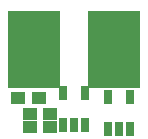
<source format=gts>
G04 DipTrace Beta 2.3.5.2*
%INAmpWings.GTS*%
%MOIN*%
%ADD26R,0.0276X0.0473*%
%ADD30R,0.0473X0.0434*%
%FSLAX44Y44*%
G04*
G70*
G90*
G75*
G01*
%LNTopMask*%
%LPD*%
D30*
X1485Y405D3*
X815D3*
X810Y850D3*
X1479D3*
X1090Y1380D3*
X421D3*
D26*
X1890Y470D3*
X2264D3*
X2638D3*
Y1533D3*
X1890D3*
G36*
X60Y1710D2*
X1800D1*
Y4290D1*
X60D1*
Y1710D1*
G37*
G36*
X2740D2*
X4480D1*
Y4290D1*
X2740D1*
Y1710D1*
G37*
D26*
X3390Y360D3*
X3764D3*
X4138D3*
Y1423D3*
X3390D3*
M02*

</source>
